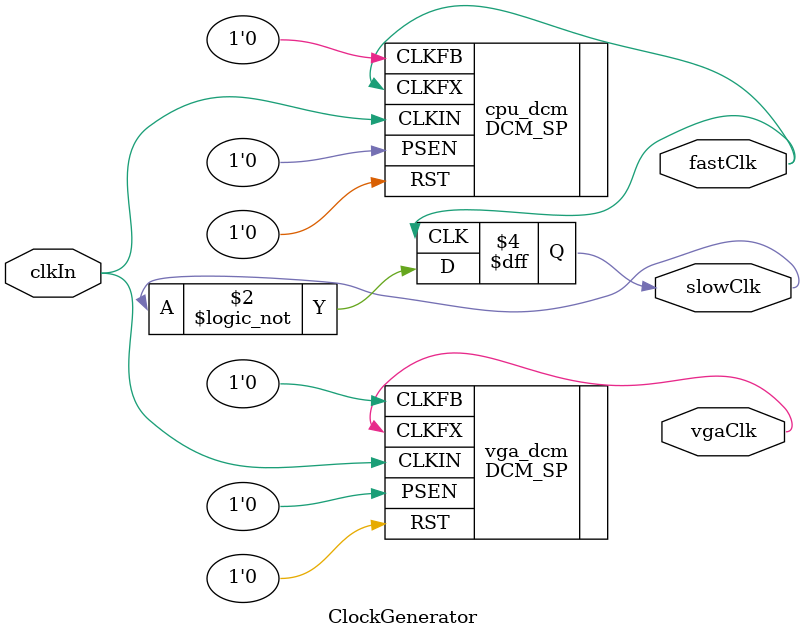
<source format=v>
module ClockGenerator (
    input clkIn,  //! Clock input. On MimasV2 this is 100mhz
    output fastClk, //! Data Memory clock 50Mhz
    output vgaClk, //! VGA clock 25mhz
    output reg slowClk //! CPU clock (Freq is 1/2 of Data Memory Clock)
);

`ifdef SYNTHESIS
    /*
     * During synthesis we use the Digital Clock Manager
     * of the FPGA to generate a stable main clock signal 
     * and a VGA clock signal
     */
    // 50mhz CLOCK
    DCM_SP #(.CLKFX_DIVIDE(4), .CLKFX_MULTIPLY(2), .CLKIN_PERIOD(10))
            cpu_dcm (
                .CLKIN(clkIn),
                .CLKFX(fastClk),
                .CLKFB(1'b0),
                .PSEN(1'b0),
                .RST(1'b0)
            );

    // VGA clock is 25mhz
    DCM_SP #(.CLKFX_DIVIDE(8), .CLKFX_MULTIPLY(2), .CLKIN_PERIOD(10))
            vga_dcm (
                .CLKIN(clkIn),
                .CLKFX(vgaClk),
                .CLKFB(1'b0),
                .PSEN(1'b0),
                .RST(1'b0)
            );

`else
    assign fastClk = clkIn;
    assign vgaClk = clkIn;
`endif

always @ (posedge fastClk)
    slowClk <= !slowClk;

initial
    slowClk = 0;

endmodule

</source>
